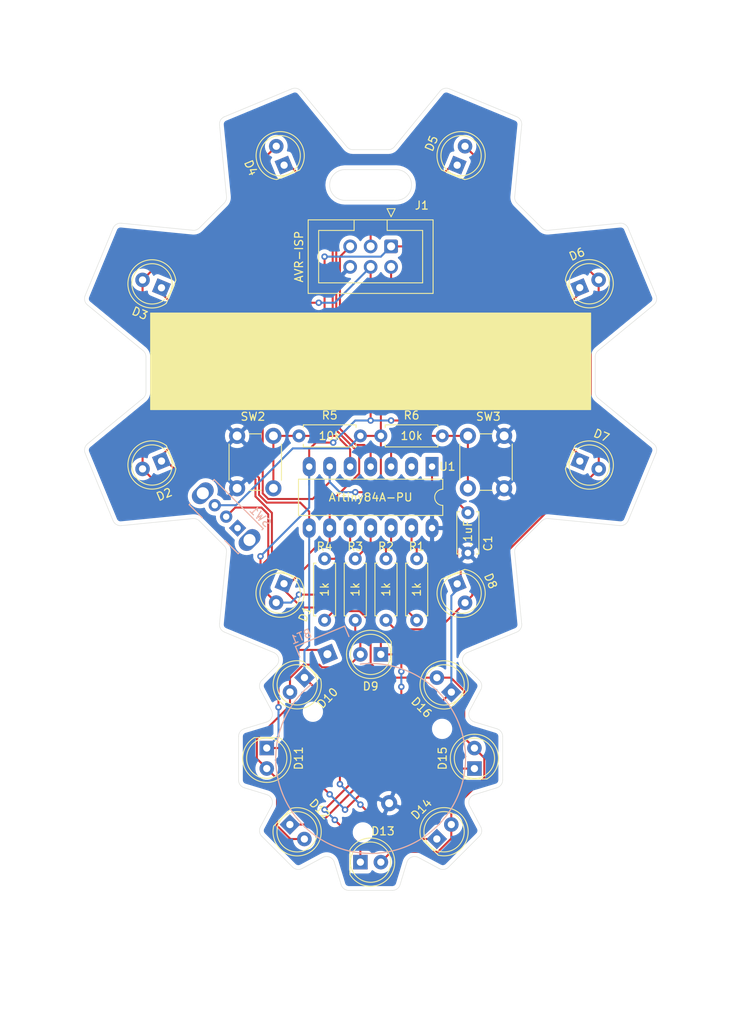
<source format=kicad_pcb>
(kicad_pcb (version 20171130) (host pcbnew "(5.1.8)-1")
  (layers (0 F.Cu signal) (31 B.Cu signal) (34 B.Paste user) (35 F.Paste user) (36 B.SilkS user) (37 F.SilkS user) (38 B.Mask user) (39 F.Mask user) (44 Edge.Cuts user))
  (net 0 "")
  (net 1 "Net-(BT1-Pad1)")
  (net 2 "Net-(D1-Pad2)")
  (net 3 /sink1)
  (net 4 /sink2)
  (net 5 /sink3)
  (net 6 /sink4)
  (net 7 "Net-(D10-Pad2)")
  (net 8 GND)
  (net 9 /source1)
  (net 10 /source2)
  (net 11 /source3)
  (net 12 "Net-(SW1-Pad1)")
  (net 13 VCC)
  (net 14 "Net-(J1-Pad5)")
  (net 15 "Net-(D5-Pad2)")
  (net 16 "Net-(D13-Pad2)")
  (net 17 /source4)
  (net 18 "Net-(U1-Pad2)")
  (net 19 "Net-(R5-Pad2)")
  (net 20 "Net-(R6-Pad2)")
  (module CogLightBadgeTHT:MP000362_CR2032_Holder_THT (layer B.Cu) (at 76.2 123.825 22.5)
    (fp_text reference BT1 (at -2.195129 -17.267445 202.5) (layer B.SilkS) (effects (justify mirror)))
    (fp_text value Battery_Cell)
    (pad 2 thru_hole circle (at 0 6 202.5) (size 2 2) (drill 1) (layers *.Cu *.Mask) (net 8 GND))
    (pad 1 thru_hole rect (at 0 -14 202.5) (size 2 2) (drill 1) (layers *.Cu *.Mask) (net 1 "Net-(BT1-Pad1)"))
    (pad "" np_thru_hole circle (at 9.6 0 202.5) (size 1.5 1.5) (drill 1.5) (layers *.Cu *.Mask))
    (pad "" np_thru_hole circle (at -4.4 8.1 202.5) (size 1.5 1.5) (drill 1.5) (layers *.Cu *.Mask))
    (pad "" np_thru_hole circle (at -4.4 -8.1 202.5) (size 1.5 1.5) (drill 1.5) (layers *.Cu *.Mask))
  )
  (module Package_DIP:DIP-14_W7.62mm_LongPads (layer F.Cu) (at 83.82 87.63 270)
    (fp_text reference U1 (at 0 -1.905) (layer F.SilkS))
    (fp_text value ATtiny84A-PU (at 3.81 7.62 180) (layer F.SilkS))
    (pad 1 thru_hole rect (at 0 0 270) (size 2.4 1.6) (drill 0.8) (layers *.Cu *.Mask) (net 13 VCC))
    (pad 8 thru_hole oval (at 7.62 15.24 270) (size 2.4 1.6) (drill 0.8) (layers *.Cu *.Mask) (net 4 /sink2))
    (pad 2 thru_hole oval (at 0 2.54 270) (size 2.4 1.6) (drill 0.8) (layers *.Cu *.Mask) (net 18 "Net-(U1-Pad2)"))
    (pad 9 thru_hole oval (at 7.62 12.7 270) (size 2.4 1.6) (drill 0.8) (layers *.Cu *.Mask) (net 3 /sink1))
    (pad 3 thru_hole oval (at 0 5.08 270) (size 2.4 1.6) (drill 0.8) (layers *.Cu *.Mask) (net 20 "Net-(R6-Pad2)"))
    (pad 10 thru_hole oval (at 7.62 10.16 270) (size 2.4 1.6) (drill 0.8) (layers *.Cu *.Mask) (net 17 /source4))
    (pad 4 thru_hole oval (at 0 7.62 270) (size 2.4 1.6) (drill 0.8) (layers *.Cu *.Mask) (net 14 "Net-(J1-Pad5)"))
    (pad 11 thru_hole oval (at 7.62 7.62 270) (size 2.4 1.6) (drill 0.8) (layers *.Cu *.Mask) (net 11 /source3))
    (pad 5 thru_hole oval (at 0 10.16 270) (size 2.4 1.6) (drill 0.8) (layers *.Cu *.Mask) (net 19 "Net-(R5-Pad2)"))
    (pad 12 thru_hole oval (at 7.62 5.08 270) (size 2.4 1.6) (drill 0.8) (layers *.Cu *.Mask) (net 10 /source2))
    (pad 6 thru_hole oval (at 0 12.7 270) (size 2.4 1.6) (drill 0.8) (layers *.Cu *.Mask) (net 6 /sink4))
    (pad 13 thru_hole oval (at 7.62 2.54 270) (size 2.4 1.6) (drill 0.8) (layers *.Cu *.Mask) (net 9 /source1))
    (pad 7 thru_hole oval (at 0 15.24 270) (size 2.4 1.6) (drill 0.8) (layers *.Cu *.Mask) (net 5 /sink3))
    (pad 14 thru_hole oval (at 7.62 0 270) (size 2.4 1.6) (drill 0.8) (layers *.Cu *.Mask) (net 8 GND))
  )
  (module LED_THT:LED_D5.0mm (layer F.Cu) (at 86.94257 102.166135 292.5)
    (fp_text reference D8 (at 1.27 -3.96 112.5) (layer F.SilkS))
    (fp_text value LED)
    (pad 2 thru_hole circle (at 2.54 0 292.5) (size 1.8 1.8) (drill 0.9) (layers *.Cu *.Mask) (net 15 "Net-(D5-Pad2)"))
    (pad 1 thru_hole rect (at 0 0 292.5) (size 1.8 1.8) (drill 0.9) (layers *.Cu *.Mask) (net 6 /sink4))
  )
  (module LED_THT:LED_D5.0mm (layer F.Cu) (at 102.143312 65.441119 22.5)
    (fp_text reference D6 (at 1.27 -3.96 22.5) (layer F.SilkS))
    (fp_text value LED)
    (pad 1 thru_hole rect (at 0 0 22.5) (size 1.8 1.8) (drill 0.9) (layers *.Cu *.Mask) (net 4 /sink2))
    (pad 2 thru_hole circle (at 2.54 0 22.5) (size 1.8 1.8) (drill 0.9) (layers *.Cu *.Mask) (net 15 "Net-(D5-Pad2)"))
  )
  (module Resistor_THT:R_Axial_DIN0207_L6.3mm_D2.5mm_P7.62mm_Horizontal (layer F.Cu) (at 74.295 106.68 90)
    (fp_text reference R3 (at 9.144 0 180) (layer F.SilkS))
    (fp_text value 1k (at 3.81 0 90) (layer F.SilkS))
    (pad 1 thru_hole circle (at 0 0 90) (size 1.6 1.6) (drill 0.8) (layers *.Cu *.Mask) (net 7 "Net-(D10-Pad2)"))
    (pad 2 thru_hole oval (at 7.62 0 90) (size 1.6 1.6) (drill 0.8) (layers *.Cu *.Mask) (net 11 /source3))
  )
  (module LED_THT:LED_D5.0mm (layer F.Cu) (at 66.183202 132.016332 315)
    (fp_text reference D12 (at 1.27 -3.96 135) (layer F.SilkS))
    (fp_text value LED)
    (pad 1 thru_hole rect (at 0 0 315) (size 1.8 1.8) (drill 0.9) (layers *.Cu *.Mask) (net 6 /sink4))
    (pad 2 thru_hole circle (at 2.54 0 315) (size 1.8 1.8) (drill 0.9) (layers *.Cu *.Mask) (net 7 "Net-(D10-Pad2)"))
  )
  (module Resistor_THT:R_Axial_DIN0207_L6.3mm_D2.5mm_P7.62mm_Horizontal (layer F.Cu) (at 70.485 106.68 90)
    (fp_text reference R4 (at 9.144 0 180) (layer F.SilkS))
    (fp_text value 1k (at 3.81 0 90) (layer F.SilkS))
    (pad 2 thru_hole oval (at 7.62 0 90) (size 1.6 1.6) (drill 0.8) (layers *.Cu *.Mask) (net 17 /source4))
    (pad 1 thru_hole circle (at 0 0 90) (size 1.6 1.6) (drill 0.8) (layers *.Cu *.Mask) (net 16 "Net-(D13-Pad2)"))
  )
  (module LED_THT:LED_D5.0mm (layer F.Cu) (at 67.990168 113.790525 225)
    (fp_text reference D10 (at -0.236426 -3.830615 45) (layer F.SilkS))
    (fp_text value LED)
    (pad 2 thru_hole circle (at 2.54 0 225) (size 1.8 1.8) (drill 0.9) (layers *.Cu *.Mask) (net 7 "Net-(D10-Pad2)"))
    (pad 1 thru_hole rect (at 0 0 225) (size 1.8 1.8) (drill 0.9) (layers *.Cu *.Mask) (net 4 /sink2))
  )
  (module LED_THT:LED_D5.0mm (layer F.Cu) (at 74.928347 136.678639)
    (fp_text reference D13 (at 2.795653 -3.836639) (layer F.SilkS))
    (fp_text value LED)
    (pad 1 thru_hole rect (at 0 0) (size 1.8 1.8) (drill 0.9) (layers *.Cu *.Mask) (net 3 /sink1))
    (pad 2 thru_hole circle (at 2.54 0) (size 1.8 1.8) (drill 0.9) (layers *.Cu *.Mask) (net 16 "Net-(D13-Pad2)"))
  )
  (module LED_THT:LED_D5.0mm (layer F.Cu) (at 84.414865 133.808244 45)
    (fp_text reference D14 (at 1.27 -3.96 45) (layer F.SilkS))
    (fp_text value LED)
    (pad 2 thru_hole circle (at 2.54 0 45) (size 1.8 1.8) (drill 0.9) (layers *.Cu *.Mask) (net 16 "Net-(D13-Pad2)"))
    (pad 1 thru_hole rect (at 0 0 45) (size 1.8 1.8) (drill 0.9) (layers *.Cu *.Mask) (net 4 /sink2))
  )
  (module Resistor_THT:R_Axial_DIN0207_L6.3mm_D2.5mm_P7.62mm_Horizontal (layer F.Cu) (at 81.915 106.68 90)
    (fp_text reference R1 (at 9.144 0 180) (layer F.SilkS))
    (fp_text value 1k (at 3.81 0 90) (layer F.SilkS))
    (pad 1 thru_hole circle (at 0 0 90) (size 1.6 1.6) (drill 0.8) (layers *.Cu *.Mask) (net 2 "Net-(D1-Pad2)"))
    (pad 2 thru_hole oval (at 7.62 0 90) (size 1.6 1.6) (drill 0.8) (layers *.Cu *.Mask) (net 9 /source1))
  )
  (module LED_THT:LED_D5.0mm (layer F.Cu) (at 102.15431 86.951258 337.5)
    (fp_text reference D7 (at 1.27 -3.96 157.5) (layer F.SilkS))
    (fp_text value LED)
    (pad 1 thru_hole rect (at 0 0 337.5) (size 1.8 1.8) (drill 0.9) (layers *.Cu *.Mask) (net 5 /sink3))
    (pad 2 thru_hole circle (at 2.54 0 337.5) (size 1.8 1.8) (drill 0.9) (layers *.Cu *.Mask) (net 15 "Net-(D5-Pad2)"))
  )
  (module LED_THT:LED_D5.0mm (layer F.Cu) (at 65.46473 50.250436 112.5)
    (fp_text reference D4 (at 1.27 -3.96 112.5) (layer F.SilkS))
    (fp_text value LED)
    (pad 2 thru_hole circle (at 2.54 0 112.5) (size 1.8 1.8) (drill 0.9) (layers *.Cu *.Mask) (net 2 "Net-(D1-Pad2)"))
    (pad 1 thru_hole rect (at 0 0 112.5) (size 1.8 1.8) (drill 0.9) (layers *.Cu *.Mask) (net 6 /sink4))
  )
  (module LED_THT:LED_D5.0mm (layer F.Cu) (at 77.4681 110.917765 180)
    (fp_text reference D9 (at 1.27 -3.96) (layer F.SilkS))
    (fp_text value LED)
    (pad 1 thru_hole rect (at 0 0 180) (size 1.8 1.8) (drill 0.9) (layers *.Cu *.Mask) (net 3 /sink1))
    (pad 2 thru_hole circle (at 2.54 0 180) (size 1.8 1.8) (drill 0.9) (layers *.Cu *.Mask) (net 7 "Net-(D10-Pad2)"))
  )
  (module LED_THT:LED_D5.0mm (layer F.Cu) (at 86.21696 115.596882 135)
    (fp_text reference D16 (at 1.27 -3.96 135) (layer F.SilkS))
    (fp_text value LED)
    (pad 1 thru_hole rect (at 0 0 135) (size 1.8 1.8) (drill 0.9) (layers *.Cu *.Mask) (net 6 /sink4))
    (pad 2 thru_hole circle (at 2.54 0 135) (size 1.8 1.8) (drill 0.9) (layers *.Cu *.Mask) (net 16 "Net-(D13-Pad2)"))
  )
  (module LED_THT:LED_D5.0mm (layer F.Cu) (at 63.311052 122.528504 270)
    (fp_text reference D11 (at 1.27 -3.96 90) (layer F.SilkS))
    (fp_text value LED)
    (pad 2 thru_hole circle (at 2.54 0 270) (size 1.8 1.8) (drill 0.9) (layers *.Cu *.Mask) (net 7 "Net-(D10-Pad2)"))
    (pad 1 thru_hole rect (at 0 0 270) (size 1.8 1.8) (drill 0.9) (layers *.Cu *.Mask) (net 5 /sink3))
  )
  (module Resistor_THT:R_Axial_DIN0207_L6.3mm_D2.5mm_P7.62mm_Horizontal (layer F.Cu) (at 78.105 106.68 90)
    (fp_text reference R2 (at 9.144 0 180) (layer F.SilkS))
    (fp_text value 1k (at 3.81 0 90) (layer F.SilkS))
    (pad 2 thru_hole oval (at 7.62 0 90) (size 1.6 1.6) (drill 0.8) (layers *.Cu *.Mask) (net 10 /source2))
    (pad 1 thru_hole circle (at 0 0 90) (size 1.6 1.6) (drill 0.8) (layers *.Cu *.Mask) (net 15 "Net-(D5-Pad2)"))
  )
  (module LED_THT:LED_D5.0mm (layer F.Cu) (at 86.93824 50.251657 67.5)
    (fp_text reference D5 (at 1.27 -3.96 67.5) (layer F.SilkS))
    (fp_text value LED)
    (pad 2 thru_hole circle (at 2.54 0 67.5) (size 1.8 1.8) (drill 0.9) (layers *.Cu *.Mask) (net 15 "Net-(D5-Pad2)"))
    (pad 1 thru_hole rect (at 0 0 67.5) (size 1.8 1.8) (drill 0.9) (layers *.Cu *.Mask) (net 3 /sink1))
  )
  (module LED_THT:LED_D5.0mm (layer F.Cu) (at 89.078839 125.074814 90)
    (fp_text reference D15 (at 1.27 -3.96 90) (layer F.SilkS))
    (fp_text value LED)
    (pad 1 thru_hole rect (at 0 0 90) (size 1.8 1.8) (drill 0.9) (layers *.Cu *.Mask) (net 5 /sink3))
    (pad 2 thru_hole circle (at 2.54 0 90) (size 1.8 1.8) (drill 0.9) (layers *.Cu *.Mask) (net 16 "Net-(D13-Pad2)"))
  )
  (module Capacitor_THT:C_Disc_D5.0mm_W2.5mm_P5.00mm (layer F.Cu) (at 88.265 93.345 270)
    (fp_text reference C1 (at 3.81 -2.5 90) (layer F.SilkS))
    (fp_text value .1uF (at 2.5 0 90) (layer F.SilkS))
    (pad 2 thru_hole circle (at 5 0 270) (size 1.6 1.6) (drill 0.8) (layers *.Cu *.Mask) (net 8 GND))
    (pad 1 thru_hole circle (at 0 0 270) (size 1.6 1.6) (drill 0.8) (layers *.Cu *.Mask) (net 13 VCC))
  )
  (module LED_THT:LED_D5.0mm (layer F.Cu) (at 65.452299 102.147157 247.5)
    (fp_text reference D1 (at 2.481288 -3.863327 67.5) (layer F.SilkS))
    (fp_text value LED)
    (pad 2 thru_hole circle (at 2.54 0 247.5) (size 1.8 1.8) (drill 0.9) (layers *.Cu *.Mask) (net 2 "Net-(D1-Pad2)"))
    (pad 1 thru_hole rect (at 0 0 247.5) (size 1.8 1.8) (drill 0.9) (layers *.Cu *.Mask) (net 3 /sink1))
  )
  (module LED_THT:LED_D5.0mm (layer F.Cu) (at 50.25113 86.943733 202.5)
    (fp_text reference D2 (at 1.27 -3.96 22.5) (layer F.SilkS))
    (fp_text value LED)
    (pad 2 thru_hole circle (at 2.54 0 202.5) (size 1.8 1.8) (drill 0.9) (layers *.Cu *.Mask) (net 2 "Net-(D1-Pad2)"))
    (pad 1 thru_hole rect (at 0 0 202.5) (size 1.8 1.8) (drill 0.9) (layers *.Cu *.Mask) (net 4 /sink2))
  )
  (module LED_THT:LED_D5.0mm (layer F.Cu) (at 50.249875 65.455011 157.5)
    (fp_text reference D3 (at 1.27 -3.96 157.5) (layer F.SilkS))
    (fp_text value LED)
    (pad 2 thru_hole circle (at 2.54 0 157.5) (size 1.8 1.8) (drill 0.9) (layers *.Cu *.Mask) (net 2 "Net-(D1-Pad2)"))
    (pad 1 thru_hole rect (at 0 0 157.5) (size 1.8 1.8) (drill 0.9) (layers *.Cu *.Mask) (net 5 /sink3))
  )
  (module Resistor_THT:R_Axial_DIN0207_L6.3mm_D2.5mm_P7.62mm_Horizontal (layer F.Cu) (at 74.93 83.82 180)
    (fp_text reference R5 (at 3.81 2.54) (layer F.SilkS))
    (fp_text value 10k (at 3.81 0) (layer F.SilkS))
    (pad 2 thru_hole oval (at 7.62 0 180) (size 1.6 1.6) (drill 0.8) (layers *.Cu *.Mask) (net 19 "Net-(R5-Pad2)"))
    (pad 1 thru_hole circle (at 0 0 180) (size 1.6 1.6) (drill 0.8) (layers *.Cu *.Mask) (net 13 VCC))
  )
  (module Button_Switch_THT:SW_PUSH_6mm_H5mm (layer F.Cu) (at 64.135 83.82 270)
    (fp_text reference SW2 (at -2.39 2.54 180) (layer F.SilkS))
    (fp_text value SW_Push)
    (pad 2 thru_hole circle (at 0 4.5) (size 2 2) (drill 1.1) (layers *.Cu *.Mask) (net 8 GND))
    (pad 1 thru_hole circle (at 0 0) (size 2 2) (drill 1.1) (layers *.Cu *.Mask) (net 19 "Net-(R5-Pad2)"))
    (pad 2 thru_hole circle (at 6.5 4.5) (size 2 2) (drill 1.1) (layers *.Cu *.Mask) (net 8 GND))
    (pad 1 thru_hole circle (at 6.5 0) (size 2 2) (drill 1.1) (layers *.Cu *.Mask) (net 19 "Net-(R5-Pad2)"))
  )
  (module CogLightBadgeTHT:OS102011MA1QN1_SPDT_SlideSwithch_THT (layer B.Cu) (at 58.275786 93.835786 135)
    (fp_text reference SW1 (at -3 3 315) (layer B.SilkS) (effects (justify mirror)))
    (fp_text value SW_SPDT)
    (pad 1 thru_hole rect (at -2 0 135) (size 1.524 1.524) (drill 0.8) (layers *.Cu *.Mask) (net 12 "Net-(SW1-Pad1)"))
    (pad 2 thru_hole circle (at 0 0 135) (size 1.524 1.524) (drill 0.8) (layers *.Cu *.Mask) (net 1 "Net-(BT1-Pad1)"))
    (pad 3 thru_hole circle (at 2 0 135) (size 1.524 1.524) (drill 0.8) (layers *.Cu *.Mask) (net 13 VCC))
    (pad "" thru_hole oval (at -4.1 0 135) (size 2 3) (drill 1.5) (layers *.Cu *.Mask))
    (pad "" thru_hole oval (at 4.1 0 135) (size 2 3) (drill 1.5) (layers *.Cu *.Mask))
  )
  (module Resistor_THT:R_Axial_DIN0207_L6.3mm_D2.5mm_P7.62mm_Horizontal (layer F.Cu) (at 77.47 83.82)
    (fp_text reference R6 (at 3.81 -2.54) (layer F.SilkS))
    (fp_text value 10k (at 3.81 0) (layer F.SilkS))
    (pad 1 thru_hole circle (at 0 0) (size 1.6 1.6) (drill 0.8) (layers *.Cu *.Mask) (net 13 VCC))
    (pad 2 thru_hole oval (at 7.62 0) (size 1.6 1.6) (drill 0.8) (layers *.Cu *.Mask) (net 20 "Net-(R6-Pad2)"))
  )
  (module Button_Switch_THT:SW_PUSH_6mm_H5mm (layer F.Cu) (at 88.265 90.32 90)
    (fp_text reference SW3 (at 8.89 2.54 180) (layer F.SilkS))
    (fp_text value SW_Push)
    (pad 1 thru_hole circle (at 6.5 0 180) (size 2 2) (drill 1.1) (layers *.Cu *.Mask) (net 20 "Net-(R6-Pad2)"))
    (pad 2 thru_hole circle (at 6.5 4.5 180) (size 2 2) (drill 1.1) (layers *.Cu *.Mask) (net 8 GND))
    (pad 1 thru_hole circle (at 0 0 180) (size 2 2) (drill 1.1) (layers *.Cu *.Mask) (net 20 "Net-(R6-Pad2)"))
    (pad 2 thru_hole circle (at 0 4.5 180) (size 2 2) (drill 1.1) (layers *.Cu *.Mask) (net 8 GND))
  )
  (module Connector_IDC:IDC-Header_2x03_P2.54mm_Vertical (layer F.Cu) (at 78.74 60.325 270)
    (fp_text reference J1 (at -5.08 -3.81 180) (layer F.SilkS))
    (fp_text value AVR-ISP (at 1.27 11.43 90) (layer F.SilkS))
    (pad 1 thru_hole roundrect (at 0 0 270) (size 1.7 1.7) (drill 1) (layers *.Cu *.Mask) (roundrect_rratio 0.1470588235294118) (net 4 /sink2))
    (pad 3 thru_hole circle (at 0 2.54 270) (size 1.7 1.7) (drill 1) (layers *.Cu *.Mask) (net 3 /sink1))
    (pad 5 thru_hole circle (at 0 5.08 270) (size 1.7 1.7) (drill 1) (layers *.Cu *.Mask) (net 14 "Net-(J1-Pad5)"))
    (pad 2 thru_hole circle (at 2.54 0 270) (size 1.7 1.7) (drill 1) (layers *.Cu *.Mask) (net 13 VCC))
    (pad 4 thru_hole circle (at 2.54 2.54 270) (size 1.7 1.7) (drill 1) (layers *.Cu *.Mask) (net 5 /sink3))
    (pad 6 thru_hole circle (at 2.54 5.08 270) (size 1.7 1.7) (drill 1) (layers *.Cu *.Mask) (net 8 GND))
  )
  (gr_line (start 73.025 54.61) (end 79.375 54.61) (layer Edge.Cuts) (width 0.05))
  (gr_line (start 73.025 50.8) (end 79.375 50.8) (layer Edge.Cuts) (width 0.05))
  (gr_arc (start 79.375 52.705) (end 79.375 54.61) (angle -180) (layer Edge.Cuts) (width 0.05))
  (gr_arc (start 73.025 52.705) (end 73.025 50.8) (angle -180) (layer Edge.Cuts) (width 0.05))
  (gr_poly (pts (xy 103.505 80.56964) (xy 48.895 80.56964) (xy 48.895 68.58) (xy 103.505 68.58)) (layer F.SilkS) (width 0.1))
  (gr_line (start 64.505859 112.31964) (end 62.701327 114.124172) (layer Edge.Cuts) (width 0.05))
  (gr_line (start 62.701327 133.475493) (end 66.521451 137.295617) (layer Edge.Cuts) (width 0.05))
  (gr_arc (start 67.228558 136.588511) (end 66.521451 137.295617) (angle -73.1) (layer Edge.Cuts) (width 0.05))
  (gr_line (start 67.699859 137.470483) (end 70.265893 136.099265) (layer Edge.Cuts) (width 0.05))
  (gr_line (start 45.265607 94.949324) (end 54.143829 94.075863) (layer Edge.Cuts) (width 0.05))
  (gr_arc (start 60.812425 126.501068) (end 59.812425 126.501068) (angle -73.1) (layer Edge.Cuts) (width 0.05))
  (gr_arc (start 54.241739 95.071058) (end 54.948846 94.363951) (angle -50.6) (layer Edge.Cuts) (width 0.05))
  (gr_line (start 58.321081 98.253115) (end 57.44762 107.131337) (layer Edge.Cuts) (width 0.05))
  (gr_arc (start 60.812425 121.098597) (end 60.522037 120.141688) (angle -73.1) (layer Edge.Cuts) (width 0.05))
  (gr_line (start 60.522037 127.457977) (end 63.306095 128.30284) (layer Edge.Cuts) (width 0.05))
  (gr_arc (start 63.015707 129.259749) (end 63.897679 129.731051) (angle -101.2) (layer Edge.Cuts) (width 0.05))
  (gr_line (start 58.060131 108.153126) (end 64.181435 110.688653) (layer Edge.Cuts) (width 0.05))
  (gr_arc (start 57.325886 98.155205) (end 58.321081 98.253115) (angle -50.6) (layer Edge.Cuts) (width 0.05))
  (gr_line (start 54.948846 94.363951) (end 58.032993 97.448098) (layer Edge.Cuts) (width 0.05))
  (gr_arc (start 63.798752 111.612533) (end 64.505859 112.31964) (angle -112.5) (layer Edge.Cuts) (width 0.05))
  (gr_arc (start 58.442815 107.229247) (end 57.44762 107.131337) (angle -73.1) (layer Edge.Cuts) (width 0.05))
  (gr_arc (start 63.408433 114.831279) (end 62.701327 114.124172) (angle -73.1) (layer Edge.Cuts) (width 0.05))
  (gr_line (start 59.812425 121.098597) (end 59.812425 126.501068) (layer Edge.Cuts) (width 0.05))
  (gr_line (start 63.897679 129.731051) (end 62.526461 132.297085) (layer Edge.Cuts) (width 0.05))
  (gr_line (start 60.522037 120.141688) (end 63.306095 119.296825) (layer Edge.Cuts) (width 0.05))
  (gr_arc (start 70.737195 136.981237) (end 71.694104 136.690849) (angle -101.2) (layer Edge.Cuts) (width 0.05))
  (gr_line (start 72.538967 139.474907) (end 71.694104 136.690849) (layer Edge.Cuts) (width 0.05))
  (gr_arc (start 73.495876 139.184519) (end 72.538967 139.474907) (angle -73.1) (layer Edge.Cuts) (width 0.05))
  (gr_line (start 78.898346 140.184519) (end 73.495876 140.184519) (layer Edge.Cuts) (width 0.05))
  (gr_line (start 63.897679 117.868614) (end 62.526461 115.30258) (layer Edge.Cuts) (width 0.05))
  (gr_arc (start 63.408433 132.768386) (end 62.526461 132.297085) (angle -73.1) (layer Edge.Cuts) (width 0.05))
  (gr_arc (start 63.015707 118.339916) (end 63.306095 119.296825) (angle -101.2) (layer Edge.Cuts) (width 0.05))
  (gr_arc (start 95.068336 98.155205) (end 94.361229 97.448098) (angle -50.6) (layer Edge.Cuts) (width 0.05))
  (gr_line (start 111.616283 66.430225) (end 108.150404 58.062853) (layer Edge.Cuts) (width 0.05))
  (gr_arc (start 107.226525 58.445537) (end 108.150404 58.062853) (angle -73.1) (layer Edge.Cuts) (width 0.05))
  (gr_line (start 79.855255 139.474907) (end 80.700118 136.690849) (layer Edge.Cuts) (width 0.05))
  (gr_line (start 89.867761 132.297085) (end 88.496543 129.731051) (layer Edge.Cuts) (width 0.05))
  (gr_arc (start 89.378515 129.259749) (end 89.088127 128.30284) (angle -101.2) (layer Edge.Cuts) (width 0.05))
  (gr_arc (start 88.59547 111.612533) (end 88.212787 110.688653) (angle -112.5) (layer Edge.Cuts) (width 0.05))
  (gr_arc (start 93.951407 107.229247) (end 94.334091 108.153126) (angle -73.1) (layer Edge.Cuts) (width 0.05))
  (gr_line (start 98.250393 94.075863) (end 107.128615 94.949324) (layer Edge.Cuts) (width 0.05))
  (gr_arc (start 110.692403 85.586758) (end 111.616283 85.969441) (angle -73.1) (layer Edge.Cuts) (width 0.05))
  (gr_line (start 107.128615 57.450342) (end 98.250393 58.323803) (layer Edge.Cuts) (width 0.05))
  (gr_arc (start 98.152483 57.328608) (end 97.445376 58.035715) (angle -50.6) (layer Edge.Cuts) (width 0.05))
  (gr_arc (start 105.065875 78.380654) (end 104.065875 78.380654) (angle -50.6) (layer Edge.Cuts) (width 0.05))
  (gr_arc (start 110.692403 66.812908) (end 111.32688 67.58585) (angle -73.1) (layer Edge.Cuts) (width 0.05))
  (gr_arc (start 105.065875 74.019012) (end 104.431398 73.24607) (angle -50.6) (layer Edge.Cuts) (width 0.05))
  (gr_arc (start 95.068336 54.244461) (end 94.073141 54.146551) (angle -50.6) (layer Edge.Cuts) (width 0.05))
  (gr_line (start 97.445376 58.035715) (end 94.361229 54.951568) (layer Edge.Cuts) (width 0.05))
  (gr_arc (start 81.657027 136.981237) (end 82.128329 136.099265) (angle -101.2) (layer Edge.Cuts) (width 0.05))
  (gr_arc (start 85.165664 136.588511) (end 84.694363 137.470483) (angle -73.1) (layer Edge.Cuts) (width 0.05))
  (gr_line (start 94.073141 54.146551) (end 94.946602 45.268329) (layer Edge.Cuts) (width 0.05))
  (gr_line (start 82.128329 136.099265) (end 84.694363 137.470483) (layer Edge.Cuts) (width 0.05))
  (gr_line (start 89.088127 128.30284) (end 91.872185 127.457977) (layer Edge.Cuts) (width 0.05))
  (gr_arc (start 91.581797 126.501068) (end 91.872185 127.457977) (angle -73.1) (layer Edge.Cuts) (width 0.05))
  (gr_line (start 92.581797 126.501068) (end 92.581797 121.098597) (layer Edge.Cuts) (width 0.05))
  (gr_line (start 88.212787 110.688653) (end 94.334091 108.153126) (layer Edge.Cuts) (width 0.05))
  (gr_line (start 94.946602 107.131337) (end 94.073141 98.253115) (layer Edge.Cuts) (width 0.05))
  (gr_arc (start 91.581797 121.098597) (end 92.581797 121.098597) (angle -73.1) (layer Edge.Cuts) (width 0.05))
  (gr_arc (start 98.152483 95.071058) (end 98.250393 94.075863) (angle -50.6) (layer Edge.Cuts) (width 0.05))
  (gr_arc (start 89.378515 118.339916) (end 88.496543 117.868614) (angle -101.2) (layer Edge.Cuts) (width 0.05))
  (gr_line (start 89.692895 114.124172) (end 87.888363 112.31964) (layer Edge.Cuts) (width 0.05))
  (gr_line (start 94.361229 97.448098) (end 97.445376 94.363951) (layer Edge.Cuts) (width 0.05))
  (gr_arc (start 78.898346 139.184519) (end 78.898346 140.184519) (angle -73.1) (layer Edge.Cuts) (width 0.05))
  (gr_line (start 85.872771 137.295617) (end 89.692895 133.475493) (layer Edge.Cuts) (width 0.05))
  (gr_arc (start 107.226525 93.954129) (end 107.128615 94.949324) (angle -73.1) (layer Edge.Cuts) (width 0.05))
  (gr_line (start 88.496543 117.868614) (end 89.867761 115.30258) (layer Edge.Cuts) (width 0.05))
  (gr_line (start 108.150404 94.336813) (end 111.616283 85.969441) (layer Edge.Cuts) (width 0.05))
  (gr_line (start 111.32688 84.813816) (end 104.431398 79.153596) (layer Edge.Cuts) (width 0.05))
  (gr_line (start 104.065875 78.380654) (end 104.065875 74.019012) (layer Edge.Cuts) (width 0.05))
  (gr_arc (start 88.985789 132.768386) (end 89.692895 133.475493) (angle -73.1) (layer Edge.Cuts) (width 0.05))
  (gr_arc (start 88.985789 114.831279) (end 89.867761 115.30258) (angle -73.1) (layer Edge.Cuts) (width 0.05))
  (gr_line (start 89.088127 119.296825) (end 91.872185 120.141688) (layer Edge.Cuts) (width 0.05))
  (gr_line (start 57.44762 45.268329) (end 58.321081 54.146551) (layer Edge.Cuts) (width 0.05))
  (gr_arc (start 74.01629 47.331069) (end 73.243348 47.965546) (angle -50.6) (layer Edge.Cuts) (width 0.05))
  (gr_line (start 73.243348 47.965546) (end 67.583128 41.070064) (layer Edge.Cuts) (width 0.05))
  (gr_arc (start 78.377932 47.331069) (end 78.377932 48.331069) (angle -50.6) (layer Edge.Cuts) (width 0.05))
  (gr_line (start 66.427503 40.780661) (end 58.060131 44.24654) (layer Edge.Cuts) (width 0.05))
  (gr_arc (start 85.584036 41.704541) (end 85.966719 40.780661) (angle -73.1) (layer Edge.Cuts) (width 0.05))
  (gr_arc (start 58.442815 45.170419) (end 58.060131 44.24654) (angle -73.1) (layer Edge.Cuts) (width 0.05))
  (gr_line (start 58.032993 54.951568) (end 54.948846 58.035715) (layer Edge.Cuts) (width 0.05))
  (gr_line (start 94.334091 44.24654) (end 85.966719 40.780661) (layer Edge.Cuts) (width 0.05))
  (gr_line (start 78.377932 48.331069) (end 74.01629 48.331069) (layer Edge.Cuts) (width 0.05))
  (gr_arc (start 93.951407 45.170419) (end 94.946602 45.268329) (angle -73.1) (layer Edge.Cuts) (width 0.05))
  (gr_arc (start 57.325886 54.244461) (end 58.032993 54.951568) (angle -50.6) (layer Edge.Cuts) (width 0.05))
  (gr_line (start 84.811094 41.070064) (end 79.150874 47.965546) (layer Edge.Cuts) (width 0.05))
  (gr_arc (start 66.810186 41.704541) (end 67.583128 41.070064) (angle -73.1) (layer Edge.Cuts) (width 0.05))
  (gr_arc (start 41.701819 85.586758) (end 41.067342 84.813816) (angle -73.1) (layer Edge.Cuts) (width 0.05))
  (gr_arc (start 47.328347 78.380654) (end 47.962824 79.153596) (angle -50.6) (layer Edge.Cuts) (width 0.05))
  (gr_line (start 48.328347 78.380654) (end 48.328347 74.019012) (layer Edge.Cuts) (width 0.05))
  (gr_arc (start 47.328347 74.019012) (end 48.328347 74.019012) (angle -50.6) (layer Edge.Cuts) (width 0.05))
  (gr_line (start 47.962824 73.24607) (end 41.067342 67.58585) (layer Edge.Cuts) (width 0.05))
  (gr_line (start 45.265607 57.450342) (end 54.143829 58.323803) (layer Edge.Cuts) (width 0.05))
  (gr_line (start 41.067342 84.813816) (end 47.962824 79.153596) (layer Edge.Cuts) (width 0.05))
  (gr_arc (start 54.241739 57.328608) (end 54.143829 58.323803) (angle -50.6) (layer Edge.Cuts) (width 0.05))
  (gr_arc (start 45.167697 93.954129) (end 44.243818 94.336813) (angle -73.1) (layer Edge.Cuts) (width 0.05))
  (gr_line (start 40.777939 66.430225) (end 44.243818 58.062853) (layer Edge.Cuts) (width 0.05))
  (gr_line (start 44.243818 94.336813) (end 40.777939 85.969441) (layer Edge.Cuts) (width 0.05))
  (gr_arc (start 41.701819 66.812908) (end 40.777939 66.430225) (angle -73.1) (layer Edge.Cuts) (width 0.05))
  (gr_arc (start 45.167697 58.445537) (end 45.265607 57.450342) (angle -73.1) (layer Edge.Cuts) (width 0.05))
  (gr_line (start 111.32688 67.58585) (end 104.431398 73.24607) (layer Edge.Cuts) (width 0.05))
  (segment (start 63.5 93.555232) (end 62.654768 92.71) (width 0.25) (layer F.Cu) (net 1))
  (segment (start 63.5 99.05859) (end 63.5 93.555232) (width 0.25) (layer F.Cu) (net 1))
  (segment (start 62.986491 99.572099) (end 63.5 99.05859) (width 0.25) (layer F.Cu) (net 1))
  (segment (start 62.986491 107.436491) (end 62.986491 99.572099) (width 0.25) (layer F.Cu) (net 1))
  (segment (start 65.913 110.363) (end 62.986491 107.436491) (width 0.25) (layer F.Cu) (net 1))
  (segment (start 69.977 110.363) (end 65.913 110.363) (width 0.25) (layer F.Cu) (net 1))
  (segment (start 59.401572 92.71) (end 58.275786 93.835786) (width 0.25) (layer F.Cu) (net 1))
  (segment (start 70.504687 110.890687) (end 69.977 110.363) (width 0.25) (layer F.Cu) (net 1))
  (segment (start 62.654768 92.71) (end 59.401572 92.71) (width 0.25) (layer F.Cu) (net 1))
  (segment (start 70.842432 110.890687) (end 70.504687 110.890687) (width 0.25) (layer F.Cu) (net 1))
  (segment (start 64.480283 104.493811) (end 66.321189 104.493811) (width 0.25) (layer B.Cu) (net 2))
  (segment (start 51.426216 60.96) (end 47.903221 64.482995) (width 0.25) (layer F.Cu) (net 2))
  (segment (start 53.34 60.96) (end 51.426216 60.96) (width 0.25) (layer F.Cu) (net 2))
  (segment (start 61.2775 51.118996) (end 61.2775 53.0225) (width 0.25) (layer F.Cu) (net 2))
  (segment (start 64.492714 47.903782) (end 61.2775 51.118996) (width 0.25) (layer F.Cu) (net 2))
  (segment (start 61.2775 53.0225) (end 53.34 60.96) (width 0.25) (layer F.Cu) (net 2))
  (segment (start 47.903221 64.482995) (end 47.903221 70.763221) (width 0.25) (layer F.Cu) (net 2))
  (segment (start 47.903221 70.763221) (end 49.53 72.39) (width 0.25) (layer F.Cu) (net 2))
  (segment (start 49.53 72.39) (end 49.53 80.645) (width 0.25) (layer F.Cu) (net 2))
  (segment (start 47.904476 82.270524) (end 47.904476 87.915749) (width 0.25) (layer F.Cu) (net 2))
  (segment (start 49.53 80.645) (end 47.904476 82.270524) (width 0.25) (layer F.Cu) (net 2))
  (via (at 67.31 103.505) (size 0.8) (drill 0.4) (layers F.Cu B.Cu) (net 2))
  (segment (start 66.321189 104.493811) (end 67.31 103.505) (width 0.25) (layer B.Cu) (net 2))
  (segment (start 78.74 103.505) (end 81.915 106.68) (width 0.25) (layer F.Cu) (net 2))
  (segment (start 67.31 103.505) (end 78.74 103.505) (width 0.25) (layer F.Cu) (net 2))
  (segment (start 64.480283 104.493811) (end 63.5 103.513528) (width 0.25) (layer F.Cu) (net 2))
  (segment (start 63.4365 103.450028) (end 64.480283 104.493811) (width 0.25) (layer F.Cu) (net 2))
  (segment (start 63.95001 99.24499) (end 63.4365 99.7585) (width 0.25) (layer F.Cu) (net 2))
  (segment (start 63.95001 93.368832) (end 63.95001 99.24499) (width 0.25) (layer F.Cu) (net 2))
  (segment (start 61.909979 89.216389) (end 61.909979 91.328801) (width 0.25) (layer F.Cu) (net 2))
  (segment (start 61.0276 88.33401) (end 61.909979 89.216389) (width 0.25) (layer F.Cu) (net 2))
  (segment (start 63.4365 99.7585) (end 63.4365 103.450028) (width 0.25) (layer F.Cu) (net 2))
  (segment (start 51.828162 88.33401) (end 61.0276 88.33401) (width 0.25) (layer F.Cu) (net 2))
  (segment (start 50.904086 89.258086) (end 51.828162 88.33401) (width 0.25) (layer F.Cu) (net 2))
  (segment (start 61.909979 91.328801) (end 63.95001 93.368832) (width 0.25) (layer F.Cu) (net 2))
  (segment (start 49.246813 89.258086) (end 50.904086 89.258086) (width 0.25) (layer F.Cu) (net 2))
  (segment (start 47.904476 87.915749) (end 49.246813 89.258086) (width 0.25) (layer F.Cu) (net 2))
  (segment (start 76.2 60.325) (end 76.2 58.42) (width 0.25) (layer F.Cu) (net 3))
  (segment (start 86.273343 50.251657) (end 86.93824 50.251657) (width 0.25) (layer F.Cu) (net 3))
  (segment (start 78.105 58.42) (end 86.273343 50.251657) (width 0.25) (layer F.Cu) (net 3))
  (segment (start 76.2 58.42) (end 78.105 58.42) (width 0.25) (layer F.Cu) (net 3))
  (segment (start 71.12 92.075) (end 71.12 95.25) (width 0.25) (layer F.Cu) (net 3))
  (segment (start 71.206004 92.075) (end 71.12 92.075) (width 0.25) (layer F.Cu) (net 3))
  (segment (start 74.78501 85.976422) (end 74.78501 88.495994) (width 0.25) (layer F.Cu) (net 3))
  (segment (start 71.93999 83.131402) (end 74.78501 85.976422) (width 0.25) (layer F.Cu) (net 3))
  (segment (start 71.93999 59.50501) (end 71.93999 83.131402) (width 0.25) (layer F.Cu) (net 3))
  (segment (start 73.025 58.42) (end 71.93999 59.50501) (width 0.25) (layer F.Cu) (net 3))
  (segment (start 74.78501 88.495994) (end 71.206004 92.075) (width 0.25) (layer F.Cu) (net 3))
  (segment (start 76.2 58.42) (end 73.025 58.42) (width 0.25) (layer F.Cu) (net 3))
  (segment (start 77.4681 109.2181) (end 77.4681 110.917765) (width 0.25) (layer F.Cu) (net 3))
  (segment (start 76.65001 106.733598) (end 76.65001 108.40001) (width 0.25) (layer F.Cu) (net 3))
  (segment (start 75.021402 105.10499) (end 76.65001 106.733598) (width 0.25) (layer F.Cu) (net 3))
  (segment (start 76.65001 108.40001) (end 77.4681 109.2181) (width 0.25) (layer F.Cu) (net 3))
  (segment (start 67.63999 105.10499) (end 75.021402 105.10499) (width 0.25) (layer F.Cu) (net 3))
  (segment (start 65.452299 102.917299) (end 67.63999 105.10499) (width 0.25) (layer F.Cu) (net 3))
  (segment (start 65.452299 102.147157) (end 65.452299 102.917299) (width 0.25) (layer F.Cu) (net 3))
  (via (at 71.755 131.445) (size 0.8) (drill 0.4) (layers F.Cu B.Cu) (net 3))
  (segment (start 74.928347 134.618347) (end 71.755 131.445) (width 0.25) (layer F.Cu) (net 3))
  (segment (start 74.928347 136.678639) (end 74.928347 134.618347) (width 0.25) (layer F.Cu) (net 3))
  (via (at 70.485 130.175) (size 0.8) (drill 0.4) (layers F.Cu B.Cu) (net 3))
  (segment (start 71.755 131.445) (end 70.485 130.175) (width 0.25) (layer B.Cu) (net 3))
  (via (at 80.01 114.935) (size 0.8) (drill 0.4) (layers F.Cu B.Cu) (net 3))
  (segment (start 80.01 120.65) (end 80.01 114.935) (width 0.25) (layer F.Cu) (net 3))
  (segment (start 70.485 130.175) (end 80.01 120.65) (width 0.25) (layer F.Cu) (net 3))
  (via (at 80.01 113.03) (size 0.8) (drill 0.4) (layers F.Cu B.Cu) (net 3))
  (segment (start 80.01 114.935) (end 80.01 113.03) (width 0.25) (layer B.Cu) (net 3))
  (segment (start 79.167765 110.917765) (end 77.4681 110.917765) (width 0.25) (layer F.Cu) (net 3))
  (segment (start 80.01 111.76) (end 79.167765 110.917765) (width 0.25) (layer F.Cu) (net 3))
  (segment (start 80.01 113.03) (end 80.01 111.76) (width 0.25) (layer F.Cu) (net 3))
  (segment (start 65.452299 102.147157) (end 66.127843 102.147157) (width 0.25) (layer F.Cu) (net 3))
  (segment (start 68.58 99.695) (end 68.58 98.425) (width 0.25) (layer F.Cu) (net 3))
  (segment (start 66.127843 102.147157) (end 68.58 99.695) (width 0.25) (layer F.Cu) (net 3))
  (segment (start 71.12 95.25) (end 71.12 97.028) (width 0.25) (layer F.Cu) (net 3))
  (segment (start 70.6755 97.4725) (end 69.5325 97.4725) (width 0.25) (layer F.Cu) (net 3))
  (segment (start 71.12 97.028) (end 70.6755 97.4725) (width 0.25) (layer F.Cu) (net 3))
  (segment (start 69.5325 97.4725) (end 68.58 98.425) (width 0.25) (layer F.Cu) (net 3))
  (segment (start 78.74 60.325) (end 77.47 61.595) (width 0.25) (layer B.Cu) (net 4))
  (segment (start 102.143312 65.441119) (end 102.143312 66.131688) (width 0.25) (layer F.Cu) (net 4))
  (segment (start 102.143312 66.131688) (end 100.965 67.31) (width 0.25) (layer F.Cu) (net 4))
  (segment (start 99.06 67.31) (end 92.075 60.325) (width 0.25) (layer F.Cu) (net 4))
  (segment (start 100.965 67.31) (end 99.06 67.31) (width 0.25) (layer F.Cu) (net 4))
  (segment (start 78.74 60.325) (end 92.075 60.325) (width 0.25) (layer F.Cu) (net 4))
  (via (at 70.485 61.595) (size 0.8) (drill 0.4) (layers F.Cu B.Cu) (net 4))
  (segment (start 77.47 61.595) (end 70.485 61.595) (width 0.25) (layer B.Cu) (net 4))
  (segment (start 50.25113 86.27387) (end 50.25113 86.943733) (width 0.25) (layer F.Cu) (net 4))
  (segment (start 55.245 81.28) (end 50.25113 86.27387) (width 0.25) (layer F.Cu) (net 4))
  (segment (start 61.59359 81.28) (end 55.245 81.28) (width 0.25) (layer F.Cu) (net 4))
  (segment (start 70.485 72.38859) (end 61.59359 81.28) (width 0.25) (layer F.Cu) (net 4))
  (segment (start 70.485 61.595) (end 70.485 72.38859) (width 0.25) (layer F.Cu) (net 4))
  (via (at 74.93 129.54) (size 0.8) (drill 0.4) (layers F.Cu B.Cu) (net 4))
  (segment (start 79.198244 133.808244) (end 74.93 129.54) (width 0.25) (layer F.Cu) (net 4))
  (segment (start 84.414865 133.808244) (end 79.198244 133.808244) (width 0.25) (layer F.Cu) (net 4))
  (via (at 72.39 127) (size 0.8) (drill 0.4) (layers F.Cu B.Cu) (net 4))
  (segment (start 74.93 129.54) (end 72.39 127) (width 0.25) (layer B.Cu) (net 4))
  (segment (start 72.39 118.190357) (end 67.990168 113.790525) (width 0.25) (layer F.Cu) (net 4))
  (segment (start 72.39 127) (end 72.39 118.190357) (width 0.25) (layer F.Cu) (net 4))
  (segment (start 67.990168 110.444832) (end 68.58 109.855) (width 0.25) (layer B.Cu) (net 4))
  (segment (start 67.990168 113.790525) (end 67.990168 110.444832) (width 0.25) (layer B.Cu) (net 4))
  (segment (start 68.58 95.25) (end 68.58 109.855) (width 0.25) (layer B.Cu) (net 4))
  (segment (start 50.875733 86.943733) (end 50.25113 86.943733) (width 0.25) (layer F.Cu) (net 4))
  (segment (start 51.816 87.884) (end 50.875733 86.943733) (width 0.25) (layer F.Cu) (net 4))
  (segment (start 62.359989 89.029989) (end 61.214 87.884) (width 0.25) (layer F.Cu) (net 4))
  (segment (start 62.359989 91.142401) (end 62.359989 89.029989) (width 0.25) (layer F.Cu) (net 4))
  (segment (start 61.214 87.884) (end 51.816 87.884) (width 0.25) (layer F.Cu) (net 4))
  (segment (start 63.312599 92.095011) (end 62.359989 91.142401) (width 0.25) (layer F.Cu) (net 4))
  (segment (start 67.457011 92.095011) (end 63.312599 92.095011) (width 0.25) (layer F.Cu) (net 4))
  (segment (start 68.58 93.218) (end 67.457011 92.095011) (width 0.25) (layer F.Cu) (net 4))
  (segment (start 68.58 95.25) (end 68.58 93.218) (width 0.25) (layer F.Cu) (net 4))
  (via (at 76.2 81.915) (size 0.8) (drill 0.4) (layers F.Cu B.Cu) (net 5))
  (segment (start 76.2 62.865) (end 76.2 81.915) (width 0.25) (layer F.Cu) (net 5))
  (segment (start 71.755 67.31) (end 76.2 62.865) (width 0.25) (layer B.Cu) (net 5))
  (via (at 69.76 67.31) (size 0.8) (drill 0.4) (layers F.Cu B.Cu) (net 5))
  (segment (start 71.755 67.31) (end 69.76 67.31) (width 0.25) (layer B.Cu) (net 5))
  (segment (start 67.945 67.31) (end 69.76 67.31) (width 0.25) (layer F.Cu) (net 5))
  (segment (start 51.435 67.31) (end 67.945 67.31) (width 0.25) (layer F.Cu) (net 5))
  (segment (start 50.249875 66.124875) (end 51.435 67.31) (width 0.25) (layer F.Cu) (net 5))
  (segment (start 50.249875 65.455011) (end 50.249875 66.124875) (width 0.25) (layer F.Cu) (net 5))
  (via (at 78.74 81.915) (size 0.8) (drill 0.4) (layers F.Cu B.Cu) (net 5))
  (segment (start 76.2 81.915) (end 78.74 81.915) (width 0.25) (layer B.Cu) (net 5))
  (segment (start 78.74 81.915) (end 97.79 81.915) (width 0.25) (layer F.Cu) (net 5))
  (segment (start 102.15431 86.27931) (end 102.15431 86.951258) (width 0.25) (layer F.Cu) (net 5))
  (segment (start 97.79 81.915) (end 102.15431 86.27931) (width 0.25) (layer F.Cu) (net 5))
  (via (at 71.559847 84.650153) (size 0.8) (drill 0.4) (layers F.Cu B.Cu) (net 5))
  (segment (start 74.295 81.915) (end 71.559847 84.650153) (width 0.25) (layer B.Cu) (net 5))
  (segment (start 76.2 81.915) (end 74.295 81.915) (width 0.25) (layer B.Cu) (net 5))
  (segment (start 71.559847 84.650153) (end 69.410153 84.650153) (width 0.25) (layer F.Cu) (net 5))
  (segment (start 68.58 85.480306) (end 68.58 87.63) (width 0.25) (layer F.Cu) (net 5))
  (segment (start 69.410153 84.650153) (end 68.58 85.480306) (width 0.25) (layer F.Cu) (net 5))
  (via (at 73.025 130.175) (size 0.8) (drill 0.4) (layers F.Cu B.Cu) (net 5))
  (segment (start 78.125186 125.074814) (end 73.025 130.175) (width 0.25) (layer F.Cu) (net 5))
  (segment (start 89.078839 125.074814) (end 78.125186 125.074814) (width 0.25) (layer F.Cu) (net 5))
  (via (at 71.12 128.27) (size 0.8) (drill 0.4) (layers F.Cu B.Cu) (net 5))
  (segment (start 73.025 130.175) (end 71.12 128.27) (width 0.25) (layer B.Cu) (net 5))
  (segment (start 65.378504 122.528504) (end 63.311052 122.528504) (width 0.25) (layer F.Cu) (net 5))
  (segment (start 71.12 128.27) (end 65.378504 122.528504) (width 0.25) (layer F.Cu) (net 5))
  (via (at 64.77 117.475) (size 0.8) (drill 0.4) (layers F.Cu B.Cu) (net 5))
  (segment (start 64.77 117.475) (end 64.77 121.069556) (width 0.25) (layer B.Cu) (net 5))
  (segment (start 64.77 121.069556) (end 63.311052 122.528504) (width 0.25) (layer B.Cu) (net 5))
  (via (at 62.536481 98.753519) (size 0.8) (drill 0.4) (layers F.Cu B.Cu) (net 5))
  (segment (start 64.77 114.641855) (end 64.77 117.475) (width 0.25) (layer F.Cu) (net 5))
  (segment (start 65.594795 110.681205) (end 65.594795 113.817059) (width 0.25) (layer F.Cu) (net 5))
  (segment (start 65.594795 113.817059) (end 64.77 114.641855) (width 0.25) (layer F.Cu) (net 5))
  (segment (start 62.536481 107.622891) (end 65.594795 110.681205) (width 0.25) (layer F.Cu) (net 5))
  (segment (start 62.536481 98.753519) (end 62.536481 107.622891) (width 0.25) (layer F.Cu) (net 5))
  (segment (start 68.58 87.63) (end 68.58 89.916) (width 0.25) (layer B.Cu) (net 5))
  (segment (start 68.58 92.71) (end 62.536481 98.753519) (width 0.25) (layer B.Cu) (net 5))
  (segment (start 68.58 87.63) (end 68.58 92.71) (width 0.25) (layer B.Cu) (net 5))
  (segment (start 71.12 89.535) (end 71.12 87.63) (width 0.25) (layer F.Cu) (net 6))
  (segment (start 69.009999 91.645001) (end 71.12 89.535) (width 0.25) (layer F.Cu) (net 6))
  (segment (start 63.498999 91.645001) (end 69.009999 91.645001) (width 0.25) (layer F.Cu) (net 6))
  (segment (start 62.809999 90.956001) (end 63.498999 91.645001) (width 0.25) (layer F.Cu) (net 6))
  (segment (start 71.48998 72.02002) (end 62.809999 80.700001) (width 0.25) (layer F.Cu) (net 6))
  (segment (start 71.48998 55.61498) (end 71.48998 72.02002) (width 0.25) (layer F.Cu) (net 6))
  (segment (start 66.125436 50.250436) (end 71.48998 55.61498) (width 0.25) (layer F.Cu) (net 6))
  (segment (start 62.809999 80.700001) (end 62.809999 90.956001) (width 0.25) (layer F.Cu) (net 6))
  (segment (start 65.46473 50.250436) (end 66.125436 50.250436) (width 0.25) (layer F.Cu) (net 6))
  (segment (start 69.79751 132.016332) (end 86.21696 115.596882) (width 0.25) (layer F.Cu) (net 6))
  (segment (start 66.183202 132.016332) (end 69.79751 132.016332) (width 0.25) (layer F.Cu) (net 6))
  (segment (start 86.21696 115.596882) (end 86.21696 103.64804) (width 0.25) (layer B.Cu) (net 6))
  (segment (start 86.94257 102.92243) (end 86.94257 102.166135) (width 0.25) (layer B.Cu) (net 6))
  (segment (start 86.21696 103.64804) (end 86.94257 102.92243) (width 0.25) (layer B.Cu) (net 6))
  (via (at 74.295 90.805) (size 0.8) (drill 0.4) (layers F.Cu B.Cu) (net 6))
  (segment (start 83.82 90.805) (end 74.295 90.805) (width 0.25) (layer F.Cu) (net 6))
  (segment (start 86.94257 93.92757) (end 83.82 90.805) (width 0.25) (layer F.Cu) (net 6))
  (segment (start 74.295 90.805) (end 72.39 90.805) (width 0.25) (layer B.Cu) (net 6))
  (segment (start 71.12 89.535) (end 71.12 87.63) (width 0.25) (layer B.Cu) (net 6))
  (segment (start 72.39 90.805) (end 71.12 89.535) (width 0.25) (layer B.Cu) (net 6))
  (segment (start 86.94257 102.166135) (end 86.94257 101.77943) (width 0.25) (layer F.Cu) (net 6))
  (segment (start 86.94257 101.77943) (end 87.376 101.346) (width 0.25) (layer F.Cu) (net 6))
  (segment (start 87.376 100.076) (end 86.94257 99.64257) (width 0.25) (layer F.Cu) (net 6))
  (segment (start 87.376 101.346) (end 87.376 100.076) (width 0.25) (layer F.Cu) (net 6))
  (segment (start 86.94257 99.64257) (end 86.94257 93.92757) (width 0.25) (layer F.Cu) (net 6))
  (segment (start 74.295 106.68) (end 74.295 108.585) (width 0.25) (layer F.Cu) (net 7))
  (segment (start 74.9281 109.2181) (end 74.9281 110.917765) (width 0.25) (layer F.Cu) (net 7))
  (segment (start 74.295 108.585) (end 74.9281 109.2181) (width 0.25) (layer F.Cu) (net 7))
  (segment (start 64.5854 132.150958) (end 64.5854 126.342852) (width 0.25) (layer F.Cu) (net 7))
  (segment (start 66.246825 133.812383) (end 64.5854 132.150958) (width 0.25) (layer F.Cu) (net 7))
  (segment (start 64.5854 126.342852) (end 63.311052 125.068504) (width 0.25) (layer F.Cu) (net 7))
  (segment (start 67.979253 133.812383) (end 66.246825 133.812383) (width 0.25) (layer F.Cu) (net 7))
  (segment (start 63.311052 125.068504) (end 62.086051 123.843503) (width 0.25) (layer F.Cu) (net 7))
  (segment (start 66.194117 117.260437) (end 66.194117 115.586576) (width 0.25) (layer F.Cu) (net 7))
  (segment (start 62.086051 121.368503) (end 66.194117 117.260437) (width 0.25) (layer F.Cu) (net 7))
  (segment (start 62.086051 123.843503) (end 62.086051 121.368503) (width 0.25) (layer F.Cu) (net 7))
  (segment (start 73.323605 112.52226) (end 74.9281 110.917765) (width 0.25) (layer F.Cu) (net 7))
  (segment (start 69.837074 112.192723) (end 70.166611 112.52226) (width 0.25) (layer F.Cu) (net 7))
  (segment (start 70.166611 112.52226) (end 73.323605 112.52226) (width 0.25) (layer F.Cu) (net 7))
  (segment (start 67.855542 112.192723) (end 69.837074 112.192723) (width 0.25) (layer F.Cu) (net 7))
  (segment (start 66.194117 113.854148) (end 67.855542 112.192723) (width 0.25) (layer F.Cu) (net 7))
  (segment (start 66.194117 115.586576) (end 66.194117 113.854148) (width 0.25) (layer F.Cu) (net 7))
  (segment (start 81.28 95.25) (end 81.28 97.155) (width 0.25) (layer F.Cu) (net 9))
  (segment (start 81.915 97.79) (end 81.915 99.06) (width 0.25) (layer F.Cu) (net 9))
  (segment (start 81.28 97.155) (end 81.915 97.79) (width 0.25) (layer F.Cu) (net 9))
  (segment (start 78.74 95.25) (end 78.74 97.155) (width 0.25) (layer F.Cu) (net 10))
  (segment (start 78.105 97.79) (end 78.105 99.06) (width 0.25) (layer F.Cu) (net 10))
  (segment (start 78.74 97.155) (end 78.105 97.79) (width 0.25) (layer F.Cu) (net 10))
  (segment (start 76.2 97.155) (end 74.295 99.06) (width 0.25) (layer F.Cu) (net 11))
  (segment (start 76.2 95.25) (end 76.2 97.155) (width 0.25) (layer F.Cu) (net 11))
  (segment (start 74.93 83.82) (end 77.47 83.82) (width 0.25) (layer F.Cu) (net 13))
  (segment (start 77.47 83.82) (end 77.47 66.04) (width 0.25) (layer F.Cu) (net 13))
  (segment (start 78.74 64.77) (end 78.74 62.865) (width 0.25) (layer F.Cu) (net 13))
  (segment (start 77.47 66.04) (end 78.74 64.77) (width 0.25) (layer F.Cu) (net 13))
  (segment (start 83.82 87.63) (end 83.82 89.535) (width 0.25) (layer F.Cu) (net 13))
  (segment (start 83.82 89.535) (end 78.105 89.535) (width 0.25) (layer F.Cu) (net 13))
  (segment (start 78.105 89.535) (end 77.47 88.9) (width 0.25) (layer F.Cu) (net 13))
  (segment (start 77.47 83.82) (end 77.47 88.9) (width 0.25) (layer F.Cu) (net 13))
  (segment (start 84.455 89.535) (end 88.265 93.345) (width 0.25) (layer F.Cu) (net 13))
  (segment (start 83.82 89.535) (end 84.455 89.535) (width 0.25) (layer F.Cu) (net 13))
  (segment (start 73.374846 85.375154) (end 74.93 83.82) (width 0.25) (layer B.Cu) (net 13))
  (segment (start 66.540848 85.375154) (end 73.374846 85.375154) (width 0.25) (layer B.Cu) (net 13))
  (segment (start 59.49443 92.421572) (end 66.540848 85.375154) (width 0.25) (layer B.Cu) (net 13))
  (segment (start 56.861572 92.421572) (end 59.49443 92.421572) (width 0.25) (layer B.Cu) (net 13))
  (segment (start 76.2 85.725) (end 76.2 87.63) (width 0.25) (layer F.Cu) (net 14))
  (segment (start 75.420001 84.945001) (end 76.2 85.725) (width 0.25) (layer F.Cu) (net 14))
  (segment (start 72.39 82.945002) (end 74.389999 84.945001) (width 0.25) (layer F.Cu) (net 14))
  (segment (start 72.39 61.595) (end 72.39 82.945002) (width 0.25) (layer F.Cu) (net 14))
  (segment (start 74.389999 84.945001) (end 75.420001 84.945001) (width 0.25) (layer F.Cu) (net 14))
  (segment (start 73.66 60.325) (end 72.39 61.595) (width 0.25) (layer F.Cu) (net 14))
  (segment (start 84.622374 107.805001) (end 87.914586 104.512789) (width 0.25) (layer F.Cu) (net 15))
  (segment (start 79.230001 107.805001) (end 84.622374 107.805001) (width 0.25) (layer F.Cu) (net 15))
  (segment (start 78.105 106.68) (end 79.230001 107.805001) (width 0.25) (layer F.Cu) (net 15))
  (segment (start 88.814585 102.492177) (end 100.501762 90.805) (width 0.25) (layer F.Cu) (net 15))
  (segment (start 88.814585 103.61279) (end 88.814585 102.492177) (width 0.25) (layer F.Cu) (net 15))
  (segment (start 87.914586 104.512789) (end 88.814585 103.61279) (width 0.25) (layer F.Cu) (net 15))
  (segment (start 101.619238 90.805) (end 104.500964 87.923274) (width 0.25) (layer F.Cu) (net 15))
  (segment (start 100.501762 90.805) (end 101.619238 90.805) (width 0.25) (layer F.Cu) (net 15))
  (segment (start 104.500964 87.923274) (end 104.500964 84.180964) (width 0.25) (layer F.Cu) (net 15))
  (segment (start 103.505 83.185) (end 103.505 69.215) (width 0.25) (layer F.Cu) (net 15))
  (segment (start 104.500964 84.180964) (end 103.505 83.185) (width 0.25) (layer F.Cu) (net 15))
  (segment (start 104.489966 68.230034) (end 104.489966 64.469103) (width 0.25) (layer F.Cu) (net 15))
  (segment (start 103.505 69.215) (end 104.489966 68.230034) (width 0.25) (layer F.Cu) (net 15))
  (segment (start 104.489966 64.469103) (end 99.710863 59.69) (width 0.25) (layer F.Cu) (net 15))
  (segment (start 99.710863 59.69) (end 97.79 59.69) (width 0.25) (layer F.Cu) (net 15))
  (segment (start 92.075126 53.975126) (end 92.075126 52.069874) (width 0.25) (layer F.Cu) (net 15))
  (segment (start 97.79 59.69) (end 92.075126 53.975126) (width 0.25) (layer F.Cu) (net 15))
  (segment (start 92.075126 52.069874) (end 87.910256 47.905003) (width 0.25) (layer F.Cu) (net 15))
  (segment (start 87.814762 121.270737) (end 89.078839 122.534814) (width 0.25) (layer F.Cu) (net 16))
  (segment (start 87.814762 115.462256) (end 87.814762 121.270737) (width 0.25) (layer F.Cu) (net 16))
  (segment (start 86.153337 113.800831) (end 87.814762 115.462256) (width 0.25) (layer F.Cu) (net 16))
  (segment (start 84.420909 113.800831) (end 86.153337 113.800831) (width 0.25) (layer F.Cu) (net 16))
  (segment (start 86.210916 130.327739) (end 86.210916 132.012193) (width 0.25) (layer F.Cu) (net 16))
  (segment (start 90.30384 126.234815) (end 86.210916 130.327739) (width 0.25) (layer F.Cu) (net 16))
  (segment (start 90.30384 123.759815) (end 90.30384 126.234815) (width 0.25) (layer F.Cu) (net 16))
  (segment (start 89.078839 122.534814) (end 90.30384 123.759815) (width 0.25) (layer F.Cu) (net 16))
  (segment (start 84.549491 135.406046) (end 78.74094 135.406046) (width 0.25) (layer F.Cu) (net 16))
  (segment (start 78.74094 135.406046) (end 77.468347 136.678639) (width 0.25) (layer F.Cu) (net 16))
  (segment (start 86.210916 133.744621) (end 84.549491 135.406046) (width 0.25) (layer F.Cu) (net 16))
  (segment (start 86.210916 132.012193) (end 86.210916 133.744621) (width 0.25) (layer F.Cu) (net 16))
  (segment (start 77.966164 113.800831) (end 76.2 112.034667) (width 0.25) (layer F.Cu) (net 16))
  (segment (start 84.420909 113.800831) (end 77.966164 113.800831) (width 0.25) (layer F.Cu) (net 16))
  (segment (start 71.610001 105.554999) (end 70.485 106.68) (width 0.25) (layer F.Cu) (net 16))
  (segment (start 74.835001 105.554999) (end 71.610001 105.554999) (width 0.25) (layer F.Cu) (net 16))
  (segment (start 76.2 106.919998) (end 74.835001 105.554999) (width 0.25) (layer F.Cu) (net 16))
  (segment (start 76.2 112.034667) (end 76.2 106.919998) (width 0.25) (layer F.Cu) (net 16))
  (segment (start 73.66 95.25) (end 73.66 97.155) (width 0.25) (layer F.Cu) (net 17))
  (segment (start 71.755 99.06) (end 70.485 99.06) (width 0.25) (layer F.Cu) (net 17))
  (segment (start 73.66 97.155) (end 71.755 99.06) (width 0.25) (layer F.Cu) (net 17))
  (segment (start 64.135 83.82) (end 67.31 83.82) (width 0.25) (layer F.Cu) (net 19))
  (segment (start 64.135 90.32) (end 64.135 83.82) (width 0.25) (layer F.Cu) (net 19))
  (segment (start 71.755 83.82) (end 67.31 83.82) (width 0.25) (layer F.Cu) (net 19))
  (segment (start 71.992178 83.82) (end 71.755 83.82) (width 0.25) (layer F.Cu) (net 19))
  (segment (start 73.66 85.487822) (end 71.992178 83.82) (width 0.25) (layer F.Cu) (net 19))
  (segment (start 73.66 87.63) (end 73.66 85.487822) (width 0.25) (layer F.Cu) (net 19))
  (segment (start 88.265 90.32) (end 88.265 83.82) (width 0.25) (layer F.Cu) (net 20))
  (segment (start 88.265 83.82) (end 85.09 83.82) (width 0.25) (layer F.Cu) (net 20))
  (segment (start 78.74 85.725) (end 80.645 83.82) (width 0.25) (layer F.Cu) (net 20))
  (segment (start 85.09 83.82) (end 80.645 83.82) (width 0.25) (layer F.Cu) (net 20))
  (segment (start 78.74 85.725) (end 78.74 87.63) (width 0.25) (layer F.Cu) (net 20))
  (zone (net 8) (net_name GND) (layer B.Cu) (connect_pads (clearance 0.508)) (min_thickness 0.254) (fill yes (arc_segments 32) (thermal_gap 0.508) (thermal_bridge_width 0.508) (smoothing fillet) (radius 10))
    (polygon (pts (xy 121.655859 156.76964) (xy 30.215859 156.76964) (xy 30.215859 29.76964) (xy 121.655859 29.76964)))
  )
)
</source>
